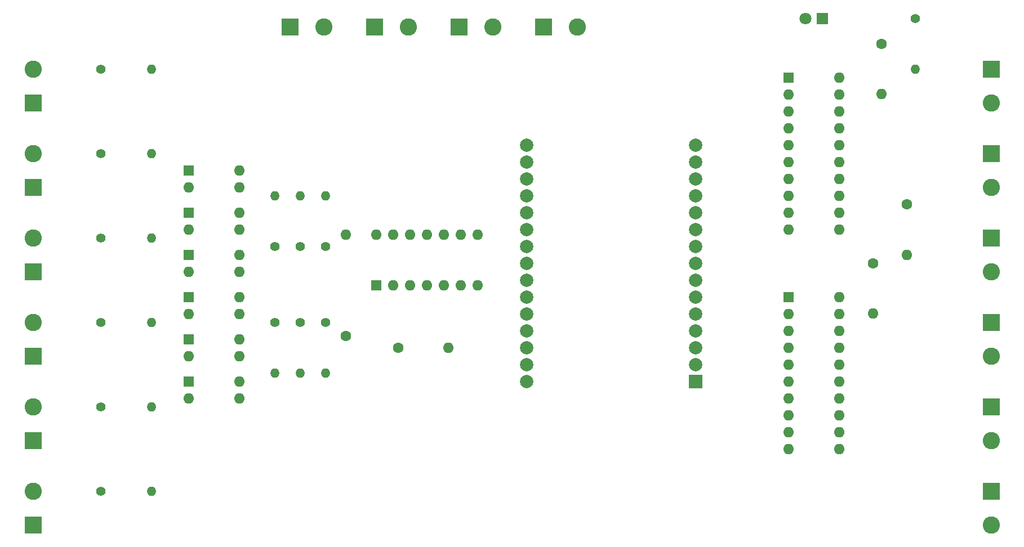
<source format=gtl>
G04 #@! TF.GenerationSoftware,KiCad,Pcbnew,7.0.1-3b83917a11~171~ubuntu20.04.1*
G04 #@! TF.CreationDate,2023-03-14T09:38:21+01:00*
G04 #@! TF.ProjectId,FluidNC-BOB v1.1,466c7569-644e-4432-9d42-4f422076312e,rev?*
G04 #@! TF.SameCoordinates,Original*
G04 #@! TF.FileFunction,Copper,L1,Top*
G04 #@! TF.FilePolarity,Positive*
%FSLAX46Y46*%
G04 Gerber Fmt 4.6, Leading zero omitted, Abs format (unit mm)*
G04 Created by KiCad (PCBNEW 7.0.1-3b83917a11~171~ubuntu20.04.1) date 2023-03-14 09:38:21*
%MOMM*%
%LPD*%
G01*
G04 APERTURE LIST*
G04 #@! TA.AperFunction,ComponentPad*
%ADD10R,1.600000X1.600000*%
G04 #@! TD*
G04 #@! TA.AperFunction,ComponentPad*
%ADD11O,1.600000X1.600000*%
G04 #@! TD*
G04 #@! TA.AperFunction,ComponentPad*
%ADD12C,1.600000*%
G04 #@! TD*
G04 #@! TA.AperFunction,ComponentPad*
%ADD13R,1.800000X1.800000*%
G04 #@! TD*
G04 #@! TA.AperFunction,ComponentPad*
%ADD14C,1.800000*%
G04 #@! TD*
G04 #@! TA.AperFunction,ComponentPad*
%ADD15C,1.400000*%
G04 #@! TD*
G04 #@! TA.AperFunction,ComponentPad*
%ADD16O,1.400000X1.400000*%
G04 #@! TD*
G04 #@! TA.AperFunction,ComponentPad*
%ADD17R,2.000000X2.000000*%
G04 #@! TD*
G04 #@! TA.AperFunction,ComponentPad*
%ADD18C,2.000000*%
G04 #@! TD*
G04 #@! TA.AperFunction,ComponentPad*
%ADD19R,2.600000X2.600000*%
G04 #@! TD*
G04 #@! TA.AperFunction,ComponentPad*
%ADD20C,2.600000*%
G04 #@! TD*
G04 APERTURE END LIST*
D10*
X113279000Y-80762000D03*
D11*
X115819000Y-80762000D03*
X118359000Y-80762000D03*
X120899000Y-80762000D03*
X123439000Y-80762000D03*
X125979000Y-80762000D03*
X128519000Y-80762000D03*
X128519000Y-73142000D03*
X125979000Y-73142000D03*
X123439000Y-73142000D03*
X120899000Y-73142000D03*
X118359000Y-73142000D03*
X115819000Y-73142000D03*
X113279000Y-73142000D03*
D10*
X175260000Y-82550000D03*
D11*
X175260000Y-85090000D03*
X175260000Y-87630000D03*
X175260000Y-90170000D03*
X175260000Y-92710000D03*
X175260000Y-95250000D03*
X175260000Y-97790000D03*
X175260000Y-100330000D03*
X175260000Y-102870000D03*
X175260000Y-105410000D03*
X182880000Y-105410000D03*
X182880000Y-102870000D03*
X182880000Y-100330000D03*
X182880000Y-97790000D03*
X182880000Y-95250000D03*
X182880000Y-92710000D03*
X182880000Y-90170000D03*
X182880000Y-87630000D03*
X182880000Y-85090000D03*
X182880000Y-82550000D03*
D10*
X175260000Y-49530000D03*
D11*
X175260000Y-52070000D03*
X175260000Y-54610000D03*
X175260000Y-57150000D03*
X175260000Y-59690000D03*
X175260000Y-62230000D03*
X175260000Y-64770000D03*
X175260000Y-67310000D03*
X175260000Y-69850000D03*
X175260000Y-72390000D03*
X182880000Y-72390000D03*
X182880000Y-69850000D03*
X182880000Y-67310000D03*
X182880000Y-64770000D03*
X182880000Y-62230000D03*
X182880000Y-59690000D03*
X182880000Y-57150000D03*
X182880000Y-54610000D03*
X182880000Y-52070000D03*
X182880000Y-49530000D03*
D10*
X85090000Y-63500000D03*
D11*
X85090000Y-66040000D03*
X92710000Y-66040000D03*
X92710000Y-63500000D03*
D10*
X85090000Y-69850000D03*
D11*
X85090000Y-72390000D03*
X92710000Y-72390000D03*
X92710000Y-69850000D03*
D10*
X85090000Y-88900000D03*
D11*
X85090000Y-91440000D03*
X92710000Y-91440000D03*
X92710000Y-88900000D03*
D10*
X85090000Y-95250000D03*
D11*
X85090000Y-97790000D03*
X92710000Y-97790000D03*
X92710000Y-95250000D03*
D10*
X85090000Y-82550000D03*
D11*
X85090000Y-85090000D03*
X92710000Y-85090000D03*
X92710000Y-82550000D03*
D10*
X85090000Y-76200000D03*
D11*
X85090000Y-78740000D03*
X92710000Y-78740000D03*
X92710000Y-76200000D03*
D12*
X187960000Y-77470000D03*
D11*
X187960000Y-84970000D03*
D12*
X189230000Y-44450000D03*
D11*
X189230000Y-51950000D03*
D13*
X180340000Y-40640000D03*
D14*
X177800000Y-40640000D03*
D15*
X71882000Y-48260000D03*
D16*
X79502000Y-48260000D03*
D15*
X71882000Y-60960000D03*
D16*
X79502000Y-60960000D03*
D15*
X71882000Y-99060000D03*
D16*
X79502000Y-99060000D03*
D15*
X71882000Y-111760000D03*
D16*
X79502000Y-111760000D03*
D15*
X71882000Y-86360000D03*
D16*
X79502000Y-86360000D03*
D15*
X71882000Y-73660000D03*
D16*
X79502000Y-73660000D03*
D15*
X105664000Y-74930000D03*
D16*
X105664000Y-67310000D03*
D15*
X101854000Y-74930000D03*
D16*
X101854000Y-67310000D03*
D15*
X101854000Y-86360000D03*
D16*
X101854000Y-93980000D03*
D15*
X105664000Y-86360000D03*
D16*
X105664000Y-93980000D03*
D15*
X98044000Y-86360000D03*
D16*
X98044000Y-93980000D03*
D15*
X98044000Y-74930000D03*
D16*
X98044000Y-67310000D03*
D15*
X194310000Y-40640000D03*
D16*
X194310000Y-48260000D03*
D17*
X161290000Y-95250000D03*
D18*
X161290000Y-92710000D03*
X161290000Y-90170000D03*
X161290000Y-87630000D03*
X161290000Y-85090000D03*
X161290000Y-82550000D03*
X161290000Y-80010000D03*
X161290000Y-77470000D03*
X161290000Y-74930000D03*
X161290000Y-72390000D03*
X161290000Y-69850000D03*
X161290000Y-67310000D03*
X161290000Y-64770000D03*
X161290000Y-62230000D03*
X161290000Y-59690000D03*
X135890000Y-59690000D03*
X135890000Y-62230000D03*
X135890000Y-64770000D03*
X135890000Y-67310000D03*
X135890000Y-69850000D03*
X135890000Y-72390000D03*
X135890000Y-74930000D03*
X135890000Y-77470000D03*
X135890000Y-80010000D03*
X135890000Y-82550000D03*
X135890000Y-85090000D03*
X135890000Y-87630000D03*
X135890000Y-90170000D03*
X135890000Y-92710000D03*
X135890000Y-95250000D03*
D19*
X61722000Y-53340000D03*
D20*
X61722000Y-48260000D03*
D19*
X61722000Y-66040000D03*
D20*
X61722000Y-60960000D03*
D19*
X61722000Y-104140000D03*
D20*
X61722000Y-99060000D03*
D19*
X61722000Y-116840000D03*
D20*
X61722000Y-111760000D03*
D19*
X61722000Y-91440000D03*
D20*
X61722000Y-86360000D03*
D19*
X61722000Y-78740000D03*
D20*
X61722000Y-73660000D03*
D19*
X205740000Y-73660000D03*
D20*
X205740000Y-78740000D03*
D19*
X205740000Y-86360000D03*
D20*
X205740000Y-91440000D03*
D19*
X205740000Y-99060000D03*
D20*
X205740000Y-104140000D03*
D19*
X205740000Y-111760000D03*
D20*
X205740000Y-116840000D03*
D19*
X205740000Y-48260000D03*
D20*
X205740000Y-53340000D03*
D19*
X205740000Y-60960000D03*
D20*
X205740000Y-66040000D03*
D12*
X193040000Y-68580000D03*
D11*
X193040000Y-76200000D03*
D12*
X108712000Y-88392000D03*
D11*
X108712000Y-73152000D03*
D19*
X113030000Y-41910000D03*
D20*
X118110000Y-41910000D03*
D19*
X100330000Y-41910000D03*
D20*
X105410000Y-41910000D03*
D19*
X125730000Y-41910000D03*
D20*
X130810000Y-41910000D03*
D19*
X138430000Y-41910000D03*
D20*
X143510000Y-41910000D03*
D12*
X116646000Y-90170000D03*
D11*
X124146000Y-90170000D03*
M02*

</source>
